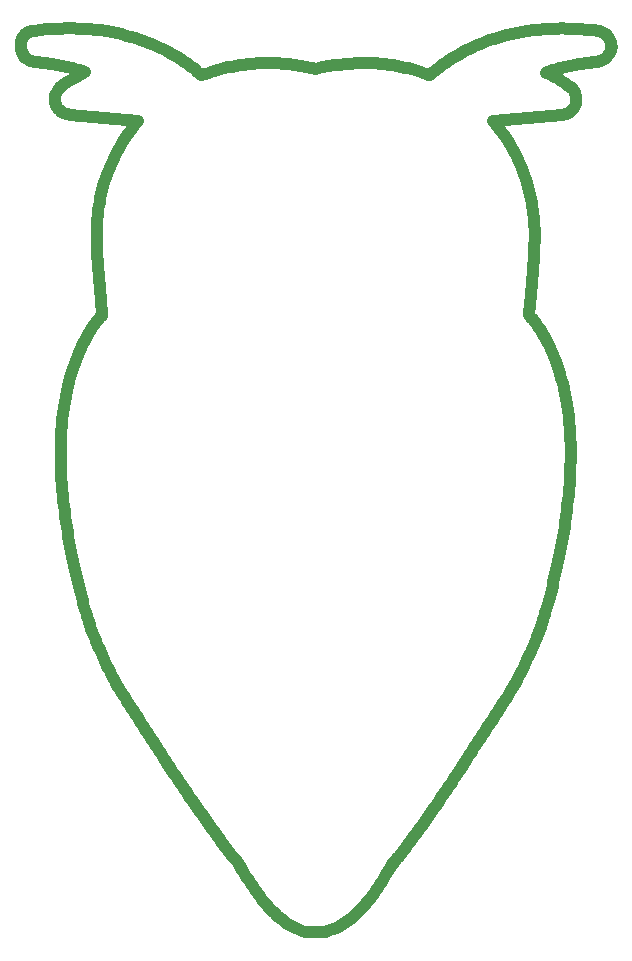
<source format=gm1>
G04 #@! TF.GenerationSoftware,KiCad,Pcbnew,(6.0.10)*
G04 #@! TF.CreationDate,2023-02-02T22:15:44+01:00*
G04 #@! TF.ProjectId,Eule,45756c65-2e6b-4696-9361-645f70636258,rev?*
G04 #@! TF.SameCoordinates,Original*
G04 #@! TF.FileFunction,Profile,NP*
%FSLAX46Y46*%
G04 Gerber Fmt 4.6, Leading zero omitted, Abs format (unit mm)*
G04 Created by KiCad (PCBNEW (6.0.10)) date 2023-02-02 22:15:44*
%MOMM*%
%LPD*%
G01*
G04 APERTURE LIST*
G04 #@! TA.AperFunction,Profile*
%ADD10C,1.000000*%
G04 #@! TD*
G04 APERTURE END LIST*
D10*
X35667000Y-29734000D02*
X36164000Y-29759000D01*
X36649000Y-29795000D01*
X37122000Y-29842000D01*
X37583000Y-29900000D01*
X38033000Y-29967000D01*
X38471000Y-30044000D01*
X38897000Y-30130000D01*
X39312000Y-30224000D01*
X39715000Y-30325000D01*
X40107000Y-30434000D01*
X40487000Y-30549000D01*
X40856000Y-30670000D01*
X41213000Y-30797000D01*
X41559000Y-30928000D01*
X41893000Y-31064000D01*
X42216000Y-31204000D01*
X42528000Y-31347000D01*
X42829000Y-31493000D01*
X43118000Y-31641000D01*
X43396000Y-31790000D01*
X43663000Y-31941000D01*
X43919000Y-32092000D01*
X44163000Y-32243000D01*
X44397000Y-32393000D01*
X44619000Y-32543000D01*
X44831000Y-32690000D01*
X45031000Y-32835000D01*
X45221000Y-32978000D01*
X45399000Y-33117000D01*
X45567000Y-33252000D01*
X45724000Y-33383000D01*
X45870000Y-33509000D01*
X46006000Y-33629000D01*
X46080000Y-33697000D01*
X46267000Y-33624000D01*
X46469000Y-33549000D01*
X46687000Y-33472000D01*
X46921000Y-33395000D01*
X47170000Y-33318000D01*
X47433000Y-33241000D01*
X47712000Y-33166000D01*
X48004000Y-33094000D01*
X48311000Y-33024000D01*
X48632000Y-32959000D01*
X48967000Y-32898000D01*
X49315000Y-32843000D01*
X49677000Y-32794000D01*
X50051000Y-32752000D01*
X50439000Y-32717000D01*
X50838000Y-32692000D01*
X51250000Y-32675000D01*
X51674000Y-32669000D01*
X52110000Y-32674000D01*
X52558000Y-32690000D01*
X53016000Y-32718000D01*
X53486000Y-32760000D01*
X53967000Y-32816000D01*
X54458000Y-32886000D01*
X54960000Y-32972000D01*
X55471000Y-33075000D01*
X55771000Y-33141000D01*
X56285000Y-33029000D01*
X56788000Y-32933000D01*
X57281000Y-32853000D01*
X57764000Y-32788000D01*
X58235000Y-32737000D01*
X58696000Y-32700000D01*
X59145000Y-32675000D01*
X59583000Y-32663000D01*
X60009000Y-32662000D01*
X60423000Y-32671000D01*
X60825000Y-32690000D01*
X61215000Y-32719000D01*
X61592000Y-32755000D01*
X61957000Y-32799000D01*
X62309000Y-32850000D01*
X62647000Y-32907000D01*
X62972000Y-32969000D01*
X63284000Y-33035000D01*
X63582000Y-33105000D01*
X63866000Y-33179000D01*
X64136000Y-33254000D01*
X64391000Y-33331000D01*
X64632000Y-33409000D01*
X64858000Y-33487000D01*
X65069000Y-33564000D01*
X65265000Y-33639000D01*
X65409000Y-33697000D01*
X65539000Y-33580000D01*
X65679000Y-33457000D01*
X65830000Y-33329000D01*
X65993000Y-33196000D01*
X66166000Y-33058000D01*
X66349000Y-32917000D01*
X66544000Y-32774000D01*
X66750000Y-32627000D01*
X66967000Y-32479000D01*
X67195000Y-32329000D01*
X67433000Y-32178000D01*
X67683000Y-32027000D01*
X67944000Y-31876000D01*
X68217000Y-31726000D01*
X68500000Y-31577000D01*
X68795000Y-31430000D01*
X69100000Y-31286000D01*
X69418000Y-31144000D01*
X69746000Y-31006000D01*
X70086000Y-30872000D01*
X70437000Y-30743000D01*
X70800000Y-30619000D01*
X71174000Y-30500000D01*
X71560000Y-30388000D01*
X71957000Y-30283000D01*
X72366000Y-30185000D01*
X72786000Y-30095000D01*
X73218000Y-30014000D01*
X73662000Y-29941000D01*
X74117000Y-29878000D01*
X74584000Y-29826000D01*
X75063000Y-29784000D01*
X75553000Y-29753000D01*
X76056000Y-29734000D01*
X76570000Y-29727000D01*
X77096000Y-29733000D01*
X77635000Y-29753000D01*
X78185000Y-29787000D01*
X78747000Y-29835000D01*
X79321000Y-29898000D01*
X79626000Y-29938000D01*
X79773000Y-29964000D01*
X79906000Y-30002000D01*
X80024000Y-30047000D01*
X80129000Y-30100000D01*
X80221000Y-30158000D01*
X80301000Y-30220000D01*
X80371000Y-30283000D01*
X80430000Y-30347000D01*
X80480000Y-30410000D01*
X80522000Y-30469000D01*
X80556000Y-30524000D01*
X80583000Y-30572000D01*
X80605000Y-30612000D01*
X80610000Y-30623000D01*
X80663000Y-30729000D01*
X80707000Y-30839000D01*
X80743000Y-30950000D01*
X80770000Y-31063000D01*
X80786000Y-31178000D01*
X80790000Y-31294000D01*
X80781000Y-31412000D01*
X80759000Y-31531000D01*
X80722000Y-31651000D01*
X80669000Y-31771000D01*
X80600000Y-31891000D01*
X80512000Y-32012000D01*
X80406000Y-32133000D01*
X80381000Y-32159000D01*
X80336000Y-32204000D01*
X80296000Y-32240000D01*
X80244000Y-32283000D01*
X80178000Y-32329000D01*
X80099000Y-32376000D01*
X80005000Y-32423000D01*
X79897000Y-32466000D01*
X79772000Y-32504000D01*
X79631000Y-32534000D01*
X79611000Y-32538000D01*
X79557000Y-32546000D01*
X79484000Y-32556000D01*
X79394000Y-32567000D01*
X79288000Y-32581000D01*
X79166000Y-32597000D01*
X79031000Y-32614000D01*
X78882000Y-32634000D01*
X78723000Y-32656000D01*
X78553000Y-32680000D01*
X78374000Y-32706000D01*
X78187000Y-32734000D01*
X77994000Y-32765000D01*
X77795000Y-32798000D01*
X77592000Y-32833000D01*
X77386000Y-32871000D01*
X77179000Y-32911000D01*
X76970000Y-32953000D01*
X76763000Y-32998000D01*
X76557000Y-33046000D01*
X76354000Y-33096000D01*
X76155000Y-33149000D01*
X75962000Y-33204000D01*
X75775000Y-33262000D01*
X75597000Y-33323000D01*
X75546000Y-33341000D01*
X75326000Y-33427000D01*
X75237000Y-33464000D01*
X75493000Y-33582000D01*
X75731000Y-33698000D01*
X75954000Y-33813000D01*
X76159000Y-33924000D01*
X76348000Y-34033000D01*
X76521000Y-34136000D01*
X76677000Y-34235000D01*
X76817000Y-34327000D01*
X76942000Y-34413000D01*
X77051000Y-34491000D01*
X77144000Y-34560000D01*
X77221000Y-34621000D01*
X77284000Y-34671000D01*
X77331000Y-34711000D01*
X77363000Y-34739000D01*
X77381000Y-34754000D01*
X77384000Y-34758000D01*
X77496000Y-34872000D01*
X77592000Y-34997000D01*
X77671000Y-35131000D01*
X77734000Y-35272000D01*
X77779000Y-35420000D01*
X77807000Y-35572000D01*
X77816000Y-35727000D01*
X77807000Y-35882000D01*
X77779000Y-36037000D01*
X77741000Y-36165000D01*
X77678000Y-36312000D01*
X77600000Y-36449000D01*
X77506000Y-36573000D01*
X77399000Y-36685000D01*
X77280000Y-36784000D01*
X77151000Y-36868000D01*
X77011000Y-36936000D01*
X76864000Y-36987000D01*
X76710000Y-37021000D01*
X76577000Y-37034000D01*
X70756000Y-37556000D01*
X71073000Y-37946000D01*
X71370000Y-38336000D01*
X71649000Y-38725000D01*
X71910000Y-39113000D01*
X72153000Y-39500000D01*
X72378000Y-39886000D01*
X72588000Y-40268000D01*
X72782000Y-40648000D01*
X72961000Y-41025000D01*
X73125000Y-41398000D01*
X73275000Y-41766000D01*
X73412000Y-42130000D01*
X73536000Y-42489000D01*
X73648000Y-42841000D01*
X73748000Y-43188000D01*
X73838000Y-43528000D01*
X73917000Y-43860000D01*
X73986000Y-44185000D01*
X74046000Y-44502000D01*
X74098000Y-44810000D01*
X74142000Y-45109000D01*
X74179000Y-45398000D01*
X74209000Y-45677000D01*
X74232000Y-45946000D01*
X74251000Y-46204000D01*
X74264000Y-46449000D01*
X74273000Y-46683000D01*
X74278000Y-46905000D01*
X74281000Y-47113000D01*
X74281000Y-47308000D01*
X74279000Y-47488000D01*
X74275000Y-47655000D01*
X74271000Y-47806000D01*
X74267000Y-47942000D01*
X74264000Y-48062000D01*
X74261000Y-48165000D01*
X74261000Y-48235000D01*
X74260000Y-48334000D01*
X74256000Y-48452000D01*
X74251000Y-48587000D01*
X74243000Y-48738000D01*
X74234000Y-48904000D01*
X74222000Y-49084000D01*
X74210000Y-49276000D01*
X74196000Y-49479000D01*
X74180000Y-49692000D01*
X74163000Y-49914000D01*
X74146000Y-50143000D01*
X74127000Y-50378000D01*
X74107000Y-50618000D01*
X74087000Y-50861000D01*
X74067000Y-51107000D01*
X74046000Y-51354000D01*
X74024000Y-51600000D01*
X74003000Y-51845000D01*
X73981000Y-52088000D01*
X73960000Y-52326000D01*
X73939000Y-52560000D01*
X73919000Y-52787000D01*
X73899000Y-53006000D01*
X73880000Y-53216000D01*
X73861000Y-53416000D01*
X73844000Y-53605000D01*
X73827000Y-53781000D01*
X73812000Y-53943000D01*
X73809000Y-53979000D01*
X73906000Y-54091000D01*
X74010000Y-54215000D01*
X74120000Y-54351000D01*
X74235000Y-54498000D01*
X74354000Y-54658000D01*
X74477000Y-54830000D01*
X74604000Y-55014000D01*
X74734000Y-55211000D01*
X74866000Y-55421000D01*
X75000000Y-55644000D01*
X75135000Y-55879000D01*
X75271000Y-56128000D01*
X75407000Y-56391000D01*
X75543000Y-56666000D01*
X75678000Y-56956000D01*
X75811000Y-57259000D01*
X75943000Y-57577000D01*
X76071000Y-57908000D01*
X76197000Y-58254000D01*
X76319000Y-58614000D01*
X76436000Y-58989000D01*
X76549000Y-59378000D01*
X76657000Y-59783000D01*
X76758000Y-60202000D01*
X76854000Y-60637000D01*
X76942000Y-61087000D01*
X77022000Y-61553000D01*
X77095000Y-62034000D01*
X77159000Y-62532000D01*
X77213000Y-63045000D01*
X77258000Y-63574000D01*
X77293000Y-64120000D01*
X77309000Y-64470000D01*
X77324000Y-64949000D01*
X77332000Y-65428000D01*
X77332000Y-65908000D01*
X77326000Y-66387000D01*
X77312000Y-66865000D01*
X77293000Y-67342000D01*
X77268000Y-67816000D01*
X77236000Y-68289000D01*
X77200000Y-68759000D01*
X77158000Y-69226000D01*
X77112000Y-69690000D01*
X77060000Y-70150000D01*
X77005000Y-70605000D01*
X76946000Y-71056000D01*
X76883000Y-71502000D01*
X76817000Y-71942000D01*
X76748000Y-72376000D01*
X76676000Y-72803000D01*
X76602000Y-73224000D01*
X76526000Y-73638000D01*
X76448000Y-74044000D01*
X76368000Y-74442000D01*
X76287000Y-74832000D01*
X76205000Y-75212000D01*
X76123000Y-75583000D01*
X76040000Y-75945000D01*
X75957000Y-76296000D01*
X75875000Y-76637000D01*
X75793000Y-76967000D01*
X75712000Y-77285000D01*
X75632000Y-77591000D01*
X75554000Y-77886000D01*
X75477000Y-78167000D01*
X75403000Y-78436000D01*
X75331000Y-78691000D01*
X75262000Y-78931000D01*
X75195000Y-79158000D01*
X75132000Y-79370000D01*
X75073000Y-79566000D01*
X75017000Y-79747000D01*
X74966000Y-79912000D01*
X74919000Y-80061000D01*
X74876000Y-80192000D01*
X74839000Y-80307000D01*
X74808000Y-80403000D01*
X74782000Y-80482000D01*
X74762000Y-80542000D01*
X74761000Y-80542000D01*
X74728000Y-80638000D01*
X74686000Y-80750000D01*
X74637000Y-80877000D01*
X74581000Y-81019000D01*
X74518000Y-81173000D01*
X74449000Y-81340000D01*
X74375000Y-81516000D01*
X74296000Y-81702000D01*
X74213000Y-81895000D01*
X74126000Y-82095000D01*
X74036000Y-82300000D01*
X73943000Y-82509000D01*
X73848000Y-82721000D01*
X73752000Y-82934000D01*
X73655000Y-83147000D01*
X73557000Y-83359000D01*
X73459000Y-83569000D01*
X73363000Y-83775000D01*
X73267000Y-83976000D01*
X73173000Y-84171000D01*
X73082000Y-84358000D01*
X72994000Y-84536000D01*
X72909000Y-84705000D01*
X72828000Y-84862000D01*
X72752000Y-85006000D01*
X72681000Y-85136000D01*
X72618000Y-85248000D01*
X72574000Y-85323000D01*
X72519000Y-85414000D01*
X72455000Y-85518000D01*
X72382000Y-85636000D01*
X72301000Y-85766000D01*
X72211000Y-85908000D01*
X72114000Y-86061000D01*
X72011000Y-86224000D01*
X71901000Y-86397000D01*
X71785000Y-86578000D01*
X71664000Y-86766000D01*
X71538000Y-86962000D01*
X71408000Y-87164000D01*
X71274000Y-87371000D01*
X71137000Y-87583000D01*
X70997000Y-87799000D01*
X70856000Y-88017000D01*
X70713000Y-88238000D01*
X70568000Y-88461000D01*
X70424000Y-88684000D01*
X70279000Y-88907000D01*
X70135000Y-89128000D01*
X69992000Y-89349000D01*
X69850000Y-89566000D01*
X69711000Y-89780000D01*
X69574000Y-89991000D01*
X69441000Y-90196000D01*
X69311000Y-90396000D01*
X69186000Y-90589000D01*
X69065000Y-90775000D01*
X68950000Y-90952000D01*
X68840000Y-91121000D01*
X68737000Y-91281000D01*
X68641000Y-91429000D01*
X68553000Y-91567000D01*
X68400000Y-91805000D01*
X68337000Y-91905000D01*
X68283000Y-91989000D01*
X68240000Y-92059000D01*
X68211000Y-92105000D01*
X68182000Y-92153000D01*
X68142000Y-92216000D01*
X68091000Y-92294000D01*
X68031000Y-92387000D01*
X67961000Y-92494000D01*
X67882000Y-92614000D01*
X67795000Y-92747000D01*
X67699000Y-92891000D01*
X67596000Y-93046000D01*
X67485000Y-93212000D01*
X67367000Y-93388000D01*
X67243000Y-93573000D01*
X67113000Y-93766000D01*
X66977000Y-93967000D01*
X66836000Y-94175000D01*
X66690000Y-94389000D01*
X66540000Y-94609000D01*
X66386000Y-94835000D01*
X66228000Y-95064000D01*
X66068000Y-95297000D01*
X65904000Y-95534000D01*
X65739000Y-95772000D01*
X65572000Y-96013000D01*
X65404000Y-96254000D01*
X65235000Y-96495000D01*
X65065000Y-96736000D01*
X64895000Y-96976000D01*
X64726000Y-97215000D01*
X64558000Y-97451000D01*
X64391000Y-97684000D01*
X64225000Y-97913000D01*
X64062000Y-98137000D01*
X63901000Y-98357000D01*
X63744000Y-98570000D01*
X63590000Y-98778000D01*
X63439000Y-98978000D01*
X63293000Y-99170000D01*
X63152000Y-99354000D01*
X63016000Y-99528000D01*
X62885000Y-99693000D01*
X62761000Y-99847000D01*
X62643000Y-99990000D01*
X62532000Y-100121000D01*
X62428000Y-100240000D01*
X62332000Y-100345000D01*
X62320000Y-100357000D01*
X62316000Y-100365000D01*
X62301000Y-100390000D01*
X62278000Y-100431000D01*
X62246000Y-100487000D01*
X62206000Y-100556000D01*
X62158000Y-100639000D01*
X62103000Y-100733000D01*
X62040000Y-100839000D01*
X61971000Y-100955000D01*
X61895000Y-101080000D01*
X61814000Y-101214000D01*
X61727000Y-101356000D01*
X61635000Y-101504000D01*
X61538000Y-101658000D01*
X61437000Y-101817000D01*
X61332000Y-101980000D01*
X61223000Y-102147000D01*
X61111000Y-102315000D01*
X60996000Y-102485000D01*
X60879000Y-102656000D01*
X60760000Y-102826000D01*
X60639000Y-102995000D01*
X60517000Y-103161000D01*
X60394000Y-103325000D01*
X60271000Y-103485000D01*
X60147000Y-103639000D01*
X60118000Y-103675000D01*
X59911000Y-103921000D01*
X59698000Y-104161000D01*
X59478000Y-104393000D01*
X59251000Y-104618000D01*
X59019000Y-104833000D01*
X58780000Y-105038000D01*
X58536000Y-105231000D01*
X58287000Y-105413000D01*
X58033000Y-105581000D01*
X57775000Y-105734000D01*
X57511000Y-105872000D01*
X57244000Y-105994000D01*
X56973000Y-106098000D01*
X56698000Y-106184000D01*
X56658000Y-106195000D01*
X56638000Y-106199000D01*
X56599000Y-106204000D01*
X56544000Y-106211000D01*
X56475000Y-106218000D01*
X56392000Y-106225000D01*
X56297000Y-106232000D01*
X56193000Y-106238000D01*
X56080000Y-106242000D01*
X55961000Y-106244000D01*
X55904000Y-106245000D01*
X55792000Y-106243000D01*
X55677000Y-106241000D01*
X55562000Y-106237000D01*
X55450000Y-106233000D01*
X55340000Y-106228000D01*
X55236000Y-106222000D01*
X55140000Y-106216000D01*
X55053000Y-106210000D01*
X54976000Y-106204000D01*
X54913000Y-106198000D01*
X54865000Y-106193000D01*
X54834000Y-106190000D01*
X54823000Y-106188000D01*
X54548000Y-106105000D01*
X54276000Y-106003000D01*
X54008000Y-105884000D01*
X53744000Y-105748000D01*
X53485000Y-105596000D01*
X53230000Y-105430000D01*
X52980000Y-105251000D01*
X52735000Y-105059000D01*
X52496000Y-104856000D01*
X52263000Y-104642000D01*
X52035000Y-104419000D01*
X51814000Y-104187000D01*
X51600000Y-103949000D01*
X51392000Y-103704000D01*
X51363000Y-103668000D01*
X51239000Y-103514000D01*
X51116000Y-103356000D01*
X50993000Y-103193000D01*
X50870000Y-103027000D01*
X50749000Y-102859000D01*
X50630000Y-102689000D01*
X50512000Y-102518000D01*
X50397000Y-102348000D01*
X50284000Y-102179000D01*
X50175000Y-102012000D01*
X50069000Y-101848000D01*
X49966000Y-101688000D01*
X49869000Y-101533000D01*
X49775000Y-101383000D01*
X49687000Y-101240000D01*
X49604000Y-101104000D01*
X49527000Y-100976000D01*
X49457000Y-100858000D01*
X49393000Y-100750000D01*
X49335000Y-100653000D01*
X49286000Y-100567000D01*
X49244000Y-100495000D01*
X49210000Y-100436000D01*
X49184000Y-100392000D01*
X49168000Y-100363000D01*
X49161000Y-100350000D01*
X49065000Y-100246000D01*
X48963000Y-100129000D01*
X48852000Y-100000000D01*
X48735000Y-99858000D01*
X48611000Y-99705000D01*
X48481000Y-99542000D01*
X48346000Y-99368000D01*
X48205000Y-99186000D01*
X48060000Y-98995000D01*
X47910000Y-98795000D01*
X47756000Y-98589000D01*
X47599000Y-98376000D01*
X47439000Y-98157000D01*
X47276000Y-97933000D01*
X47111000Y-97705000D01*
X46944000Y-97472000D01*
X46776000Y-97237000D01*
X46606000Y-96998000D01*
X46437000Y-96759000D01*
X46267000Y-96518000D01*
X46098000Y-96276000D01*
X45929000Y-96035000D01*
X45762000Y-95794000D01*
X45597000Y-95556000D01*
X45433000Y-95319000D01*
X45272000Y-95085000D01*
X45115000Y-94855000D01*
X44960000Y-94630000D01*
X44809000Y-94409000D01*
X44663000Y-94194000D01*
X44521000Y-93985000D01*
X44385000Y-93783000D01*
X44254000Y-93589000D01*
X44129000Y-93403000D01*
X44010000Y-93226000D01*
X43899000Y-93059000D01*
X43794000Y-92902000D01*
X43697000Y-92756000D01*
X43609000Y-92622000D01*
X43529000Y-92501000D01*
X43458000Y-92392000D01*
X43396000Y-92298000D01*
X43345000Y-92217000D01*
X43303000Y-92152000D01*
X43273000Y-92103000D01*
X43270000Y-92098000D01*
X43190000Y-91970000D01*
X43135000Y-91883000D01*
X43071000Y-91782000D01*
X42997000Y-91667000D01*
X42915000Y-91539000D01*
X42825000Y-91400000D01*
X42728000Y-91249000D01*
X42624000Y-91088000D01*
X42514000Y-90918000D01*
X42398000Y-90739000D01*
X42276000Y-90552000D01*
X42150000Y-90358000D01*
X42020000Y-90157000D01*
X41886000Y-89951000D01*
X41749000Y-89740000D01*
X41609000Y-89525000D01*
X41467000Y-89307000D01*
X41324000Y-89087000D01*
X41180000Y-88865000D01*
X40890000Y-88419000D01*
X40746000Y-88197000D01*
X40603000Y-87976000D01*
X40462000Y-87758000D01*
X40323000Y-87543000D01*
X40186000Y-87332000D01*
X40053000Y-87125000D01*
X39923000Y-86924000D01*
X39798000Y-86729000D01*
X39678000Y-86542000D01*
X39563000Y-86362000D01*
X39454000Y-86191000D01*
X39351000Y-86030000D01*
X39256000Y-85878000D01*
X39167000Y-85738000D01*
X39087000Y-85610000D01*
X39015000Y-85494000D01*
X38953000Y-85392000D01*
X38900000Y-85304000D01*
X38863000Y-85241000D01*
X38798000Y-85125000D01*
X38726000Y-84994000D01*
X38650000Y-84849000D01*
X38569000Y-84692000D01*
X38484000Y-84523000D01*
X38396000Y-84344000D01*
X38304000Y-84157000D01*
X38211000Y-83962000D01*
X38115000Y-83761000D01*
X38018000Y-83554000D01*
X37921000Y-83345000D01*
X37823000Y-83133000D01*
X37726000Y-82919000D01*
X37629000Y-82706000D01*
X37535000Y-82495000D01*
X37442000Y-82286000D01*
X37352000Y-82081000D01*
X37265000Y-81881000D01*
X37182000Y-81688000D01*
X37103000Y-81503000D01*
X37029000Y-81326000D01*
X36960000Y-81161000D01*
X36898000Y-81006000D01*
X36842000Y-80865000D01*
X36793000Y-80738000D01*
X36752000Y-80627000D01*
X36720000Y-80535000D01*
X36642000Y-80301000D01*
X36605000Y-80187000D01*
X36563000Y-80055000D01*
X36516000Y-79907000D01*
X36465000Y-79742000D01*
X36409000Y-79561000D01*
X36350000Y-79365000D01*
X36286000Y-79153000D01*
X36220000Y-78927000D01*
X36151000Y-78686000D01*
X36079000Y-78431000D01*
X36004000Y-78163000D01*
X35928000Y-77882000D01*
X35850000Y-77588000D01*
X35770000Y-77281000D01*
X35689000Y-76963000D01*
X35607000Y-76633000D01*
X35524000Y-76293000D01*
X35442000Y-75942000D01*
X35359000Y-75580000D01*
X35277000Y-75209000D01*
X35195000Y-74829000D01*
X35114000Y-74439000D01*
X35034000Y-74041000D01*
X34956000Y-73635000D01*
X34880000Y-73222000D01*
X34805000Y-72801000D01*
X34734000Y-72373000D01*
X34664000Y-71939000D01*
X34598000Y-71499000D01*
X34536000Y-71054000D01*
X34476000Y-70603000D01*
X34421000Y-70147000D01*
X34370000Y-69688000D01*
X34323000Y-69224000D01*
X34282000Y-68757000D01*
X34245000Y-68287000D01*
X34214000Y-67814000D01*
X34188000Y-67339000D01*
X34169000Y-66863000D01*
X34156000Y-66385000D01*
X34149000Y-65906000D01*
X34149000Y-65426000D01*
X34157000Y-64947000D01*
X34172000Y-64468000D01*
X34172000Y-64462000D01*
X34200000Y-63906000D01*
X34238000Y-63367000D01*
X34287000Y-62843000D01*
X34345000Y-62336000D01*
X34412000Y-61845000D01*
X34488000Y-61369000D01*
X34571000Y-60910000D01*
X34662000Y-60465000D01*
X34760000Y-60036000D01*
X34864000Y-59622000D01*
X34973000Y-59223000D01*
X35088000Y-58839000D01*
X35207000Y-58470000D01*
X35331000Y-58115000D01*
X35458000Y-57775000D01*
X35587000Y-57449000D01*
X35719000Y-57137000D01*
X35853000Y-56839000D01*
X35989000Y-56554000D01*
X36125000Y-56284000D01*
X36261000Y-56026000D01*
X36397000Y-55782000D01*
X36531000Y-55552000D01*
X36665000Y-55334000D01*
X36796000Y-55129000D01*
X36925000Y-54937000D01*
X37050000Y-54757000D01*
X37172000Y-54590000D01*
X37290000Y-54434000D01*
X37403000Y-54291000D01*
X37510000Y-54160000D01*
X37612000Y-54041000D01*
X37672000Y-53972000D01*
X37657000Y-53813000D01*
X37641000Y-53641000D01*
X37624000Y-53455000D01*
X37606000Y-53257000D01*
X37587000Y-53049000D01*
X37567000Y-52832000D01*
X37547000Y-52607000D01*
X37526000Y-52375000D01*
X37505000Y-52138000D01*
X37483000Y-51896000D01*
X37462000Y-51651000D01*
X37440000Y-51405000D01*
X37419000Y-51158000D01*
X37399000Y-50912000D01*
X37378000Y-50668000D01*
X37359000Y-50427000D01*
X37340000Y-50191000D01*
X37322000Y-49960000D01*
X37305000Y-49737000D01*
X37289000Y-49522000D01*
X37274000Y-49316000D01*
X37261000Y-49121000D01*
X37250000Y-48939000D01*
X37240000Y-48769000D01*
X37232000Y-48614000D01*
X37226000Y-48475000D01*
X37222000Y-48353000D01*
X37220000Y-48249000D01*
X37220000Y-48228000D01*
X37219000Y-48137000D01*
X37217000Y-48030000D01*
X37213000Y-47907000D01*
X37209000Y-47768000D01*
X37205000Y-47613000D01*
X37202000Y-47443000D01*
X37200000Y-47260000D01*
X37201000Y-47062000D01*
X37203000Y-46851000D01*
X37210000Y-46627000D01*
X37220000Y-46390000D01*
X37234000Y-46142000D01*
X37253000Y-45882000D01*
X37278000Y-45611000D01*
X37310000Y-45330000D01*
X37348000Y-45038000D01*
X37393000Y-44737000D01*
X37447000Y-44427000D01*
X37509000Y-44109000D01*
X37580000Y-43782000D01*
X37662000Y-43448000D01*
X37754000Y-43107000D01*
X37856000Y-42759000D01*
X37971000Y-42405000D01*
X38098000Y-42045000D01*
X38237000Y-41680000D01*
X38390000Y-41311000D01*
X38558000Y-40937000D01*
X38740000Y-40560000D01*
X38937000Y-40179000D01*
X39150000Y-39796000D01*
X39379000Y-39410000D01*
X39626000Y-39023000D01*
X39890000Y-38634000D01*
X40173000Y-38245000D01*
X40475000Y-37855000D01*
X40725000Y-37549000D01*
X34904000Y-37027000D01*
X34745000Y-37009000D01*
X34592000Y-36972000D01*
X34446000Y-36918000D01*
X34308000Y-36848000D01*
X34180000Y-36761000D01*
X34063000Y-36661000D01*
X33958000Y-36546000D01*
X33867000Y-36420000D01*
X33791000Y-36282000D01*
X33740000Y-36158000D01*
X33696000Y-36005000D01*
X33671000Y-35849000D01*
X33665000Y-35694000D01*
X33678000Y-35539000D01*
X33708000Y-35388000D01*
X33756000Y-35241000D01*
X33822000Y-35101000D01*
X33904000Y-34968000D01*
X34002000Y-34845000D01*
X34097000Y-34750000D01*
X34104000Y-34744000D01*
X34126000Y-34724000D01*
X34163000Y-34692000D01*
X34215000Y-34649000D01*
X34282000Y-34596000D01*
X34364000Y-34532000D01*
X34462000Y-34460000D01*
X34576000Y-34380000D01*
X34705000Y-34292000D01*
X34851000Y-34198000D01*
X35012000Y-34098000D01*
X35189000Y-33992000D01*
X35383000Y-33883000D01*
X35594000Y-33770000D01*
X35821000Y-33655000D01*
X36065000Y-33538000D01*
X36244000Y-33456000D01*
X36020000Y-33366000D01*
X35935000Y-33334000D01*
X35758000Y-33272000D01*
X35574000Y-33213000D01*
X35383000Y-33157000D01*
X35186000Y-33104000D01*
X34984000Y-33053000D01*
X34779000Y-33005000D01*
X34571000Y-32959000D01*
X34363000Y-32916000D01*
X34155000Y-32875000D01*
X33948000Y-32837000D01*
X33744000Y-32801000D01*
X33544000Y-32767000D01*
X33349000Y-32736000D01*
X33161000Y-32707000D01*
X32979000Y-32680000D01*
X32807000Y-32655000D01*
X32644000Y-32633000D01*
X32492000Y-32613000D01*
X32353000Y-32594000D01*
X32227000Y-32578000D01*
X32116000Y-32564000D01*
X32021000Y-32552000D01*
X31943000Y-32541000D01*
X31884000Y-32533000D01*
X31870000Y-32530000D01*
X31714000Y-32498000D01*
X31573000Y-32455000D01*
X31446000Y-32402000D01*
X31334000Y-32339000D01*
X31234000Y-32268000D01*
X31146000Y-32190000D01*
X31071000Y-32106000D01*
X31006000Y-32017000D01*
X30951000Y-31923000D01*
X30905000Y-31826000D01*
X30869000Y-31726000D01*
X30840000Y-31625000D01*
X30819000Y-31524000D01*
X30804000Y-31424000D01*
X30794000Y-31324000D01*
X30790000Y-31228000D01*
X30791000Y-31135000D01*
X30795000Y-31046000D01*
X30801000Y-30963000D01*
X30811000Y-30886000D01*
X30821000Y-30817000D01*
X30832000Y-30756000D01*
X30844000Y-30705000D01*
X30854000Y-30663000D01*
X30864000Y-30633000D01*
X30871000Y-30616000D01*
X30871000Y-30615000D01*
X30891000Y-30578000D01*
X30916000Y-30532000D01*
X30948000Y-30479000D01*
X30987000Y-30421000D01*
X31035000Y-30359000D01*
X31091000Y-30296000D01*
X31157000Y-30232000D01*
X31234000Y-30169000D01*
X31323000Y-30110000D01*
X31424000Y-30055000D01*
X31538000Y-30007000D01*
X31666000Y-29967000D01*
X31809000Y-29937000D01*
X31856000Y-29930000D01*
X32436000Y-29859000D01*
X33004000Y-29803000D01*
X33561000Y-29762000D01*
X34105000Y-29735000D01*
X34638000Y-29722000D01*
X35158000Y-29722000D01*
X35667000Y-29734000D01*
M02*

</source>
